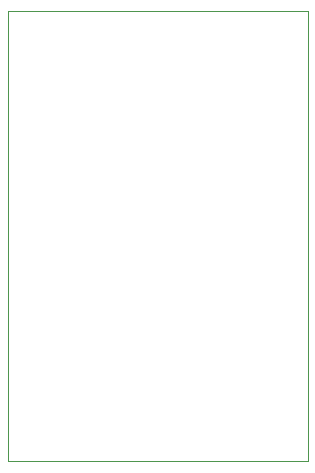
<source format=gbr>
%TF.GenerationSoftware,KiCad,Pcbnew,(5.1.9-0-10_14)*%
%TF.CreationDate,2021-10-27T21:19:31+01:00*%
%TF.ProjectId,Temp~Sensor,54656d70-7e53-4656-9e73-6f722e6b6963,rev?*%
%TF.SameCoordinates,Original*%
%TF.FileFunction,Profile,NP*%
%FSLAX46Y46*%
G04 Gerber Fmt 4.6, Leading zero omitted, Abs format (unit mm)*
G04 Created by KiCad (PCBNEW (5.1.9-0-10_14)) date 2021-10-27 21:19:31*
%MOMM*%
%LPD*%
G01*
G04 APERTURE LIST*
%TA.AperFunction,Profile*%
%ADD10C,0.050000*%
%TD*%
G04 APERTURE END LIST*
D10*
X119380000Y-111760000D02*
X119380000Y-73660000D01*
X144780000Y-111760000D02*
X119380000Y-111760000D01*
X144780000Y-73660000D02*
X144780000Y-111760000D01*
X119380000Y-73660000D02*
X144780000Y-73660000D01*
M02*

</source>
